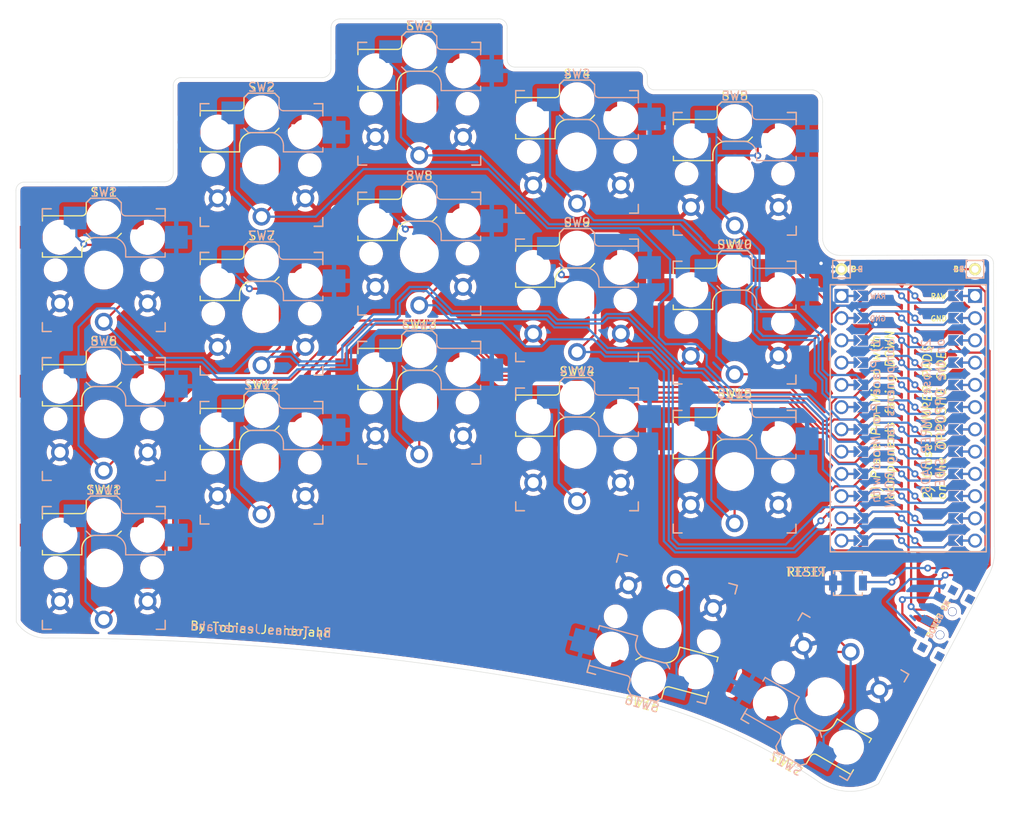
<source format=kicad_pcb>
(kicad_pcb (version 20211014) (generator pcbnew)
  (layers (0 "F.Cu" signal) (31 "B.Cu" signal) (34 "B.Paste" user) (35 "F.Paste" user) (36 "B.SilkS" user "B.Silkscreen") (37 "F.SilkS" user "F.Silkscreen") (38 "B.Mask" user) (39 "F.Mask" user) (44 "Edge.Cuts" user))
  (net 0 "")
  (net 1 "gnd")
  (net 2 "vcc")
  (net 3 "Switch18")
  (net 4 "reset")
  (net 5 "Switch1")
  (net 6 "Switch2")
  (net 7 "Switch3")
  (net 8 "Switch4")
  (net 9 "Switch5")
  (net 10 "Switch6")
  (net 11 "Switch7")
  (net 12 "Switch8")
  (net 13 "Switch9")
  (net 14 "Switch10")
  (net 15 "Switch11")
  (net 16 "Switch12")
  (net 17 "Switch13")
  (net 18 "Switch14")
  (net 19 "Switch15")
  (net 20 "Switch16")
  (net 21 "Switch17")
  (net 22 "raw")
  (net 23 "BT+_r")
  (net 24 "Net-(SW_POWERR1-Pad1)")
  (footprint "kbd:1pin_conn" (layer "F.Cu") (at 126.492 45.974)
    (fp_text reference "B+")
    (fp_text value "MountingHole_Pad" hide)
  )
  (footprint "kbd:1pin_conn" (layer "F.Cu") (at 111.252 45.974)
    (fp_text reference "B-")
    (fp_text value "MountingHole_Pad" hide)
  )
  (footprint "keyswitches.pretty-2:Kailh_socket_PG1350_optional_reversible" (layer "F.Cu") (at 27.08 46.08)
    (fp_text reference "SW1")
    (fp_text value "SW_Push")
  )
  (footprint "keyswitches.pretty-2:Kailh_socket_PG1350_optional_reversible" (layer "F.Cu") (at 45.08 34.08)
    (fp_text reference "SW2")
    (fp_text value "SW_Push")
  )
  (footprint "keyswitches.pretty-2:Kailh_socket_PG1350_optional_reversible" (layer "F.Cu") (at 63.08 27.08)
    (fp_text reference "SW3")
    (fp_text value "SW_Push")
  )
  (footprint "keyswitches.pretty-2:Kailh_socket_PG1350_optional_reversible" (layer "F.Cu") (at 81.08 32.58)
    (fp_text reference "SW4")
    (fp_text value "SW_Push")
  )
  (footprint "keyswitches.pretty-2:Kailh_socket_PG1350_optional_reversible" (layer "F.Cu") (at 99.08 35.08)
    (fp_text reference "SW5")
    (fp_text value "SW_Push")
  )
  (footprint "keyswitches.pretty-2:Kailh_socket_PG1350_optional_reversible" (layer "F.Cu") (at 27.08 63.08)
    (fp_text reference "SW6")
    (fp_text value "SW_Push")
  )
  (footprint "keyswitches.pretty-2:Kailh_socket_PG1350_optional_reversible" (layer "F.Cu") (at 45.08 51.054)
    (fp_text reference "SW7")
    (fp_text value "SW_Push")
  )
  (footprint "keyswitches.pretty-2:Kailh_socket_PG1350_optional_reversible" (layer "F.Cu") (at 63.08 44.196)
    (fp_text reference "SW8")
    (fp_text value "SW_Push")
  )
  (footprint "keyswitches.pretty-2:Kailh_socket_PG1350_optional_reversible" (layer "F.Cu") (at 81.08 49.53)
    (fp_text reference "SW9")
    (fp_text value "SW_Push")
  )
  (footprint "keyswitches.pretty-2:Kailh_socket_PG1350_optional_reversible" (layer "F.Cu") (at 99.06 52.07)
    (fp_text reference "SW10")
    (fp_text value "SW_Push")
  )
  (footprint "keyswitches.pretty-2:Kailh_socket_PG1350_optional_reversible" (layer "F.Cu") (at 27.08 80.08)
    (fp_text reference "SW11")
    (fp_text value "SW_Push")
  )
  (footprint "keyswitches.pretty-2:Kailh_socket_PG1350_optional_reversible" (layer "F.Cu") (at 45.08 68.072)
    (fp_text reference "SW12")
    (fp_text value "SW_Push")
  )
  (footprint "keyswitches.pretty-2:Kailh_socket_PG1350_optional_reversible" (layer "F.Cu") (at 63.08 61.214)
    (fp_text reference "SW13")
    (fp_text value "SW_Push")
  )
  (footprint "keyswitches.pretty-2:Kailh_socket_PG1350_optional_reversible" (layer "F.Cu") (at 81.08 66.548)
    (fp_text reference "SW14")
    (fp_text value "SW_Push")
  )
  (footprint "keyswitches.pretty-2:Kailh_socket_PG1350_optional_reversible" (layer "F.Cu") (at 99.06 69.088)
    (fp_text reference "SW15")
    (fp_text value "SW_Push")
  )
  (footprint "keyswitches.pretty-2:Kailh_socket_PG1350_optional_reversible" (layer "F.Cu") (at 109.356 94.78 150)
    (fp_text reference "SW17")
    (fp_text value "SW_Push")
  )
  (footprint "keyswitches.pretty-2:Kailh_socket_PG1350_optional_reversible" (layer "F.Cu") (at 90.796 87.03 165)
    (fp_text reference "SW16")
    (fp_text value "SW_Push")
  )
  (footprint "* duckyb-collection:ProMicro_jumpers_facedown" (layer "F.Cu") (at 118.872 62.992 -90)
    (fp_text reference "U1" hide)
    (fp_text value "ProMicro-kbd" hide)
  )
  (footprint "Kailh:SPDT_C128955" (layer "F.Cu") (at 123.199855 86.4 -118)
    (fp_text reference "POWER SW")
    (fp_text value "SW_SPDT")
  )
  (footprint "* duckyb-collection:Tactile-Switch_SMT" (layer "F.Cu") (at 112 81.8)
    (fp_text reference "RSW2" hide)
    (fp_text value "SW_Push")
  )
  (gr_arc (start 127.651023 44.357684) (mid 128.3197 44.633281) (end 128.6 45.3) (layer "Edge.Cuts") (width 0.05))
  (gr_line (start 17.059801 36.976702) (end 17.1 86.245024) (layer "Edge.Cuts") (width 0.05))
  (gr_arc (start 89.409134 95.561946) (mid 99.487134 99.260187) (end 108.8 104.6) (layer "Edge.Cuts") (width 0.05))
  (gr_arc (start 111.134979 44.404208) (mid 109.722511 43.855007) (end 109.099978 42.47329) (layer "Edge.Cuts") (width 0.05))
  (gr_arc (start 115.490848 104.718633) (mid 112.128923 105.589936) (end 108.8 104.6) (layer "Edge.Cuts") (width 0.05))
  (gr_arc (start 20.768 88.081119) (mid 55.288442 89.987554) (end 89.409134 95.561946) (layer "Edge.Cuts") (width 0.05))
  (gr_arc (start 20.768 88.081119) (mid 18.682121 87.666255) (end 17.1 86.245024) (layer "Edge.Cuts") (width 0.05))
  (gr_line (start 128.6 45.3) (end 128.7 77.6) (layer "Edge.Cuts") (width 0.05))
  (gr_line (start 109.099978 42.47329) (end 109.1 26.9) (layer "Edge.Cuts") (width 0.05))
  (gr_line (start 111.134979 44.404208) (end 127.651023 44.357684) (layer "Edge.Cuts") (width 0.05))
  (gr_line (start 128 81) (end 115.490848 104.718633) (layer "Edge.Cuts") (width 0.05))
  (gr_arc (start 128.7 77.6) (mid 128.610137 79.353558) (end 128 81) (layer "Edge.Cuts") (width 0.05))
  (gr_arc (start 35 25) (mid 35.263604 24.363604) (end 35.9 24.1) (layer "Edge.Cuts") (width 0.05))
  (gr_arc (start 35 35) (mid 34.707107 35.707107) (end 34 36) (layer "Edge.Cuts") (width 0.05))
  (gr_arc (start 72 17.4) (mid 72.829162 17.670838) (end 73.099999 18.5) (layer "Edge.Cuts") (width 0.05))
  (gr_arc (start 53 23.1) (mid 52.707107 23.807107) (end 52 24.1) (layer "Edge.Cuts") (width 0.05))
  (gr_line (start 54 17.4) (end 72 17.4) (layer "Edge.Cuts") (width 0.05))
  (gr_arc (start 53.007107 18.407107) (mid 53.297068 17.699983) (end 54 17.4) (layer "Edge.Cuts") (width 0.05))
  (gr_line (start 18 36.036503) (end 34 36) (layer "Edge.Cuts") (width 0.05))
  (gr_arc (start 89.8 25.5) (mid 89.274926 25.186183) (end 89.1 24.6) (layer "Edge.Cuts") (width 0.05))
  (gr_arc (start 88 22.9) (mid 88.785147 23.214853) (end 89.1 24) (layer "Edge.Cuts") (width 0.05))
  (gr_line (start 53 23.1) (end 53.007107 18.407107) (layer "Edge.Cuts") (width 0.05))
  (gr_line (start 35.9 24.1) (end 52 24.1) (layer "Edge.Cuts") (width 0.05))
  (gr_line (start 89.1 24) (end 89.1 24.6) (layer "Edge.Cuts") (width 0.05))
  (gr_line (start 35 35) (end 35 25) (layer "Edge.Cuts") (width 0.05))
  (gr_line (start 74 22.9) (end 88 22.9) (layer "Edge.Cuts") (width 0.05))
  (gr_arc (start 17.059801 36.976702) (mid 17.335179 36.311881) (end 18 36.036503) (layer "Edge.Cuts") (width 0.05))
  (gr_arc (start 74 22.9) (mid 73.363604 22.636396) (end 73.1 22) (layer "Edge.Cuts") (width 0.05))
  (gr_line (start 73.099999 18.5) (end 73.1 22) (layer "Edge.Cuts") (width 0.05))
  (gr_line (start 89.8 25.5) (end 108 25.5) (layer "Edge.Cuts") (width 0.05))
  (gr_arc (start 108 25.5) (mid 108.823857 25.984826) (end 109.1 26.9) (layer "Edge.Cuts") (width 0.05))
  (gr_text "RAW" (at 116.40097 49.0728) (layer "B.SilkS") (effects (font (size 0.6 0.6) (thickness 0.12)) (justify left mirror)))
  (gr_text "B-" (at 113.03 45.974) (layer "B.SilkS") (effects (font (size 0.6 0.6)) (justify mirror)))
  (gr_text "By Tobias Jennerjahn" (at 45 87.1 -3) (layer "B.SilkS") (effects (font (size 1 1)) (justify mirror)))
  (gr_text "2) Close JUMPER PADS\non the OPPOSITE SIDE" (at 121.7168 53.7464 90) (layer "B.SilkS") (effects (font (size 1 1) (thickness 0.15) italic) (justify left mirror)))
  (gr_text "GND" (at 116.40097 51.6128) (layer "B.SilkS") (effects (font (size 0.6 0.6) (thickness 0.12)) (justify left mirror)))
  (gr_text "1) Place Pro-Micro with\ncomponents facing DOWN" (at 115.9764 53.7464 90) (layer "B.SilkS") (effects (font (size 1 1) (thickness 0.15) italic) (justify left mirror)))
  (gr_text "B+" (at 124.587 45.974) (layer "B.SilkS") (effects (font (size 0.6 0.6)) (justify mirror)))
  (gr_text "1) Place Pro-Micro with\ncomponents facing DOWN" (at 115.9764 72.4408 90) (layer "F.SilkS") (effects (font (size 1 1) (thickness 0.15) italic) (justify left)))
  (gr_text "GND" (at 121.3612 51.6128) (layer "F.SilkS") (effects (font (size 0.6 0.6) (thickness 0.12)) (justify left)))
  (gr_text "2) Close JUMPER PADS\non the OPPOSITE SIDE" (at 121.8692 72.4408 90) (layer "F.SilkS") (effects (font (size 1 1) (thickness 0.15) italic) (justify left)))
  (gr_text "By Tobias Jennerjahn" (at 45 87.1 -3) (layer "F.SilkS") (effects (font (size 1 1))))
  (gr_text "RAW" (at 121.3612 49.0728) (layer "F.SilkS") (effects (font (size 0.6 0.6) (thickness 0.12)) (justify left)))
  (segment (start 114.046 53.3908) (end 115.1636 52.2732) (width 0.25) (layer "F.Cu") (net 1))
  (segment (start 118.11 56.642) (end 118.11 54.102) (width 0.25) (layer "F.Cu") (net 1))
  (segment (start 114.046 54.102) (end 114.046 53.3908) (width 0.25) (layer "F.Cu") (net 1))
  (via (at 115.1636 52.2732) (size 0.8) (drill 0.4) (layers "F.Cu" "B.Cu") (net 1))
  (via (at 108.922501 45.308018) (size 0.8) (drill 0.4) (layers "F.Cu" "B.Cu") (net 1))
  (segment (start 112.630511 50.146511) (end 110.661711 50.146511) (width 0.25) (layer "B.Cu") (net 1))
  (segment (start 108.922501 45.308018) (end 109.588483 45.974) (width 0.25) (layer "B.Cu") (net 1))
  (segment (start 110.127489 47.098511) (end 111.252 45.974) (width 0.25) (layer "B.Cu") (net 1))
  (segment (start 114.7572 52.2732) (end 114.046 51.562) (width 0.25) (layer "B.Cu") (net 1))
  (segment (start 110.661711 50.146511) (end 110.127489 49.612289) (width 0.25) (layer "B.Cu") (net 1))
  (segment (start 114.046 51.562) (end 112.630511 50.146511) (width 0.25) (layer "B.Cu") (net 1))
  (segment (start 115.1636 52.2732) (end 114.7572 52.2732) (width 0.25) (layer "B.Cu") (net 1))
  (segment (start 109.588483 45.974) (end 111.252 45.974) (width 0.25) (layer "B.Cu") (net 1))
  (segment (start 110.127489 49.612289) (end 110.127489 47.098511) (width 0.25) (layer "B.Cu") (net 1))
  (segment (start 125.7 80.1) (end 121.1 80.1) (width 0.25) (layer "F.Cu") (net 4))
  (segment (start 125.096 55.5) (end 127.7 55.5) (width 0.25) (layer "F.Cu") (net 4))
  (segment (start 127.698958 78.101042) (end 125.7 80.1) (width 0.25) (layer "F.Cu") (net 4))
  (segment (start 113.8 81.7) (end 113.7 81.8) (width 0.25) (layer "F.Cu") (net 4))
  (segment (start 127.698958 55.501042) (end 127.698958 78.101042) (width 0.25) (layer "F.Cu") (net 4))
  (segment (start 117 81.7) (end 113.8 81.7) (width 0.25) (layer "F.Cu") (net 4))
  (segment (start 127.7 55.5) (end 127.698958 55.501042) (width 0.25) (layer "F.Cu") (net 4))
  (segment (start 123.698 54.102) (end 125.096 55.5) (width 0.25) (layer "F.Cu") (net 4))
  (via (at 117 81.7) (size 0.8) (drill 0.4) (layers "F.Cu" "B.Cu") (net 4))
  (via (at 121.1 80.1) (size 0.8) (drill 0.4) (layers "F.Cu" "B.Cu") (net 4))
  (segment (start 113.8 81.7) (end 113.7 81.8) (width 0.25) (layer "B.Cu") (net 4))
  (segment (start 121.1 80.1) (end 118.6 80.1) (width 0.25) (layer "B.Cu") (net 4))
  (segment (start 118.6 80.1) (end 117 81.7) (width 0.25) (layer "B.Cu") (net 4))
  (segment (start 117 81.7) (end 113.8 81.7) (width 0.25) (layer "B.Cu") (net 4))
  (segment (start 29.6 43.2) (end 29.6 41.5) (width 0.25) (layer "F.Cu") (net 5))
  (segment (start 108.9 74.7) (end 110.4988 73.1012) (width 0.25) (layer "F.Cu") (net 5))
  (segment (start 24.9 43.2) (end 24.8 43.1) (width 0.25) (layer "F.Cu") (net 5))
  (segment (start 29.6 43.2) (end 24.9 43.2) (width 0.25) (layer "F.Cu") (net 5))
  (segment (start 110.4988 73.1012) (end 112.8268 73.1012) (width 0.25) (layer "F.Cu") (net 5))
  (segment (start 27.08 51.98) (end 29.6 49.46) (width 0.25) (layer "F.Cu") (net 5))
  (segment (start 112.8268 73.1012) (end 114.046 71.882) (width 0.25) (layer "F.Cu") (net 5))
  (segment (start 29.6 49.46) (end 29.6 43.2) (width 0.25) (layer "F.Cu") (net 5))
  (via (at 24.8 43.1) (size 0.8) (drill 0.4) (layers "F.Cu" "B.Cu") (net 5))
  (via (at 108.9 74.7) (size 0.8) (drill 0.4) (layers "F.Cu" "B.Cu") (net 5))
  (segment (start 55.29648 54.944217) (end 55.29648 57.40352) (width 0.25) (layer "B.Cu") (net 5))
  (segment (start 72.57016 52.14856) (end 58.092137 52.14856) (width 0.25) (layer "B.Cu") (net 5))
  (segment (start 89.555781 55.444219) (end 84.474223 55.494219) (width 0.25) (layer "B.Cu") (net 5))
  (segment (start 23.955001 42.255001) (end 23.955001 41.4) (width 0.25) (layer "B.Cu") (net 5))
  (segment (start 84.424223 55.444219) (end 82.954004 53.974) (width 0.25) (layer "B.Cu") (net 5))
  (segment (start 77 54.8) (end 75.2216 54.8) (width 0.25) (layer "B.Cu") (net 5))
  (segment (start 49.171806 57.40352) (end 48.165326 58.41) (width 0.25) (layer "B.Cu") (net 5))
  (segment (start 89.555781 55.444219) (end 91.55 57.438438) (width 0.25) (layer "B.Cu") (net 5))
  (segment (start 31.7 56.6) (end 27.08 51.98) (width 0.25) (layer "B.Cu") (net 5))
  (segment (start 48.165326 58.41) (end 40.073604 58.41) (width 0.25) (layer "B.Cu") (net 5))
  (segment (start 77.826 53.974) (end 77 54.8) (width 0.25) (layer "B.Cu") (net 5))
  (segment (start 91.55 57.438438) (end 91.55 76.95) (width 0.25) (layer "B.Cu") (net 5))
  (segment (start 92.45 77.85) (end 105.75 77.85) (width 0.25) (layer "B.Cu") (net 5))
  (segment (start 84.474223 55.494219) (end 89.505781 55.494219) (width 0.25) (layer "B.Cu") (net 5))
  (segment (start 82.954004 53.974) (end 77.826 53.974) (width 0.25) (layer "B.Cu") (net 5))
  (segment (start 40.073604 58.41) (end 38.263604 56.6) (width 0.25) (layer "B.Cu") (net 5))
  (segment (start 55.29648 57.40352) (end 49.171806 57.40352) (width 0.25) (layer "B.Cu") (net 5))
  (segment (start 89.555781 55.444219) (end 84.424223 55.444219) (width 0.25) (layer "B.Cu") (net 5))
  (segment (start 75.2216 54.8) (end 72.57016 52.14856) (width 0.25) (layer "B.Cu") (net 5))
  (segment (start 105.75 77.85) (end 108.9 74.7) (width 0.25) (layer "B.Cu") (net 5))
  (segment (start 89.505781 55.494219) (end 89.555781 55.444219) (width 0.25) (layer "B.Cu") (net 5))
  (segment (start 91.55 76.95) (end 92.45 77.85) (width 0.25) (layer "B.Cu") (net 5))
  (segment (start 24.8 43.1) (end 23.955001 42.255001) (width 0.25) (layer "B.Cu") (net 5))
  (segment (start 58.092137 52.14856) (end 55.29648 54.944217) (width 0.25) (layer "B.Cu") (net 5))
  (segment (start 38.263604 56.6) (end 31.7 56.6) (width 0.25) (layer "B.Cu") (net 5))
  (segment (start 48.355 29.584002) (end 47.169501 30.769501) (width 0.25) (layer "F.Cu") (net 6))
  (segment (start 47.169501 37.890499) (end 47.169501 30.769501) (width 0.25) (layer "F.Cu") (net 6))
  (segment (start 45.08 39.98) (end 47.169501 37.890499) (width 0.25) (layer "F.Cu") (net 6))
  (segment (start 48.355 28.13) (end 48.355 29.584002) (width 0.25) (layer "F.Cu") (net 6))
  (segment (start 112.921489 65.677489) (end 110.838689 65.677489) (width 0.25) (layer "B.Cu") (net 6))
  (segment (start 114.046 66.802) (end 112.921489 65.677489) (width 0.25) (layer "B.Cu") (net 6))
  (segment (start 42 36.9) (end 42 29.5) (width 0.25) (layer "B.Cu") (net 6))
  (segment (start 94.629 54.529) (end 91.185468 54.529) (width 0.25) (layer "B.Cu") (net 6))
  (segment (start 110.0328 62.728818) (end 107.594666 60.290684) (width 0.25) (layer "B.Cu") (net 6))
  (segment (start 110.0328 64.8716) (end 110.0328 62.728818) (width 0.25) (layer "B.Cu") (net 6))
  (segment (start 70.941483 34.544) (end 56.6928 34.544) (width 0.25) (layer "B.Cu") (net 6))
  (segment (start 110.838689 65.677489) (end 110.0328 64.8716) (width 0.25) (layer "B.Cu") (net 6))
  (segment (start 51.2568 39.98) (end 45.08 39.98) (width 0.25) (layer "B.Cu") (net 6))
  (segment (start 45.08 39.98) (end 42 36.9) (width 0.25) (layer "B.Cu") (net 6))
  (segment (start 90.42147 49.97853) (end 91.7 48.7) (width 0.25) (layer "B.Cu") (net 6))
  (segment (start 56.6928 34.544) (end 51.2568 39.98) (width 0.25) (layer "B.Cu") (net 6))
  (segment (start 91.185468 54.529) (end 90.42147 53.765002) (width 0.25) (layer "B.Cu") (net 6))
  (segment (start 91.7 44.875) (end 88.1182 41.2932) (width 0.25) (layer "B.Cu") (net 6))
  (segment (start 90.42147 53.765002) (end 90.42147 49.97853) (width 0.25) (layer "B.Cu") (net 6))
  (segment (start 91.7 48.7) (end 91.7 44.875) (width 0.25) (layer "B.Cu") (net 6))
  (segment (start 77.690683 41.2932) (end 70.941483 34.544) (width 0.25) (layer "B.Cu") (net 6))
  (segment (start 107.594666 60.290684) (end 99.2 60.290684) (width 0.25) (layer "B.Cu") (net 6))
  (segment (start 88.1182 41.2932) (end 77.690683 41.2932) (width 0.25) (layer "B.Cu") (net 6))
  (segment (start 99.2 60.290684) (end 95.871641 56.962325) (width 0.25) (layer "B.Cu") (net 6))
  (segment (start 95.871641 55.771641) (end 94.629 54.529) (width 0.25) (layer "B.Cu") (net 6))
  (segment (start 95.871641 56.962325) (end 95.871641 55.771641) (width 0.25) (layer "B.Cu") (net 6))
  (segment (start 63.08 32.98) (end 65.169501 30.890499) (width 0.25) (layer "F.Cu") (net 7))
  (segment (start 65.169501 22.315499) (end 66.355 21.13) (width 0.25) (layer "F.Cu") (net 7))
  (segment (start 65.169501 30.890499) (end 65.169501 22.315499) (width 0.25) (layer "F.Cu") (net 7))
  (segment (start 96.2 44.2) (end 99.7 44.2) (width 0.25) (layer "B.Cu") (net 7))
  (segment (start 101 44.894999) (end 101 47.6) (width 0.25) (layer "B.Cu") (net 7))
  (segment (start 101.149501 50.73) (end 101.149501 53.249501) (width 0.25) (layer "B.Cu") (net 7))
  (segment (start 109.9312 60.986118) (end 109.07528 60.130198) (width 0.25) (layer "B.Cu") (net 7))
  (segment (start 63.08 32.98) (end 60.990499 30.890499) (width 0.25) (layer "B.Cu") (net 7))
  (segment (start 101.149501 53.249501) (end 101.95 54.05) (width 0.25) (layer "B.Cu") (net 7))
  (segment (start 100.6 44.494999) (end 101 44.894999) (width 0.25) (layer "B.Cu") (net 7))
  (segment (start 77.8764 40.8432) (end 90.5432 40.8432) (width 0.25) (layer "B.Cu") (net 7))
  (segment (start 92.836 40.836) (end 96.2 44.2) (width 0.25) (layer "B.Cu") (net 7))
  (segment (start 101 47.6) (end 100.4 48.2) (width 0.25) (layer "B.Cu") (net 7))
  (segment (start 60.990499 30.890499) (end 60.990499 23.690499) (width 0.25) (layer "B.Cu") (net 7))
  (segment (start 99.994999 44.494999) (end 100.6 44.494999) (width 0.25) (layer "B.Cu") (net 7))
  (segment (start 59.805 21.13) (end 59.805 22.505) (width 0.25) (layer "B.Cu") (net 7))
  (segment (start 99.7 44.2) (end 99.994999 44.494999) (width 0.25) (layer "B.Cu") (net 7))
  (segment (start 101.95 54.05) (end 108.19632 54.05) (width 0.25) (layer "B.Cu") (net 7))
  (segment (start 109.9312 61.9915) (end 109.9312 60.986118) (width 0.25) (layer "B.Cu") (net 7))
  (segment (start 100.4 49.980499) (end 101.149501 50.73) (width 0.25) (layer "B.Cu") (net 7))
  (segment (start 59.805 22.505) (end 60.990499 23.690499) (width 0.25) (layer "B.Cu") (net 7))
  (segment (start 111.077189 63.137489) (end 109.9312 61.9915) (width 0.25) (layer "B.Cu") (net 7))
  (segment (start 109.07528 60.130198) (end 109.07528 58.683116) (width 0.25) (layer "B.Cu") (net 7))
  (segment (start 114.046 64.262) (end 112.921489 63.137489) (width 0.25) (layer "B.Cu") (net 7))
  (segment (start 109.07528 58.683116) (end 108.19632 57.804156) (width 0.25) (layer "B.Cu") (net 7))
  (segment (start 100.4 48.2) (end 100.4 49.980499) (width 0.25) (layer "B.Cu") (net 7))
  (segment (start 63.08 32.98) (end 70.0132 32.98) (width 0.25) (layer "B.Cu") (net 7))
  (segment (start 90.5432 40.8432) (end 90.5504 40.836) (width 0.25) (layer "B.Cu") (net 7))
  (segment (start 70.0132 32.98) (end 77.8764 40.8432) (width 0.25) (layer "B.Cu") (net 7))
  (segment (start 108.19632 57.804156) (end 108.19632 54.05) (width 0.25) (layer "B.Cu") (net 7))
  (segment (start 112.921489 63.137489) (end 111.077189 63.137489) (width 0.25) (layer "B.Cu") (net 7))
  (segment (start 90.5504 40.836) (end 92.836 40.836) (width 0.25) (layer "B.Cu") (net 7))
  (segment (start 84.355 32.255) (end 84.355 35.205) (width 0.25) (layer "F.Cu") (net 8))
  (segment (start 84.355 35.205) (end 81.08 38.48) (width 0.25) (layer "F.Cu") (net 8))
  (segment (start 83.4 27.585) (end 83.4 31.3) (width 0.25) (layer "F.Cu") (net 8))
  (segment (start 84.355 26.63) (end 83.4 27.585) (width 0.25) (layer "F.Cu") (net 8))
  (segment (start 83.4 31.3) (end 84.355 32.255) (width 0.25) (layer "F.Cu") (net 8))
  (segment (start 109.5248 59.944) (end 110.178289 60.597489) (width 0.25) (layer "B.Cu") (net 8))
  (segment (start 96.5 43.75) (end 95.266 42.516) (width 0.25) (layer "B.Cu") (net 8))
  (segment (start 102.3 53.6) (end 101.599501 52.899501) (width 0.25) (layer "B.Cu") (net 8))
  (segment (start 108.64584 57.617958) (end 109.5248 58.496918) (width 0.25) (layer "B.Cu") (net 8))
  (segment (start 109.5248 58.496918) (end 109.5248 59.944) (width 0.25) (layer "B.Cu") (net 8))
  (segment (start 95.266 42.516) (end 95.266 42.434) (width 0.25) (layer "B.Cu") (net 8))
  (segment (start 108.382716 53.6) (end 108.64584 53.863124) (width 0.25) (layer "B.Cu") (net 8))
  (segment (start 100.491397 43.75) (end 96.5 43.75) (width 0.25) (layer "B.Cu") (net 8))
  (segment (start 102.3 53.6) (end 108.382716 53.6) (width 0.25) (layer "B.Cu") (net 8))
  (segment (start 101.45 44.708603) (end 100.491397 43.75) (width 0.25) (layer "B.Cu") (net 8))
  (segment (start 112.921489 60.597489) (end 114.046 61.722) (width 0.25) (layer "B.Cu") (net 8))
  (segment (start 101.1 48.136396) (end 101.45 47.786396) (width 0.25) (layer "B.Cu") (net 8))
  (segment (start 93.218 40.386) (end 95.266 42.434) (width 0.25) (layer "B.Cu") (net 8))
  (segment (start 110.178289 60.597489) (end 112.921489 60.597489) (width 0.25) (layer "B.Cu") (net 8))
  (segment (start 101.1 50.044103) (end 101.1 48.136396) (width 0.25) (layer "B.Cu") (net 8))
  (segment (start 78 35.4) (end 78 28) (width 0.25) (layer "B.Cu") (net 8))
  (segment (start 81.08 38.48) (end 78 35.4) (width 0.25) (layer "B.Cu") (net 8))
  (segment (start 101.599501 50.543604) (end 101.1 50.044103) (width 0.25) (layer "B.Cu") (net 8))
  (segment (start 81.08 38.48) (end 82.986 40.386) (width 0.25) (layer "B.Cu") (net 8))
  (segment (start 82.986 40.386) (end 93.218 40.386) (width 0.25) (layer "B.Cu") (net 8))
  (segment (start 101.45 47.786396) (end 101.45 44.708603) (width 0.25) (layer "B.Cu") (net 8))
  (segment (start 108.64584 53.863124) (end 108.64584 57.617958) (width 0.25) (layer "B.Cu") (net 8))
  (segment (start 101.599501 52.899501) (end 101.599501 50.543604) (width 0.25) (layer "B.Cu") (net 8))
  (segment (start 101.7 33) (end 101.7 29.785) (width 0.25) (layer "F.Cu") (net 9))
  (segment (start 101.7 29.785) (end 102.355 29.13) (width 0.25) (layer "F.Cu") (net 9))
  (via (at 101.7 33) (size 0.8) (drill 0.4) (layers "F.Cu" "B.Cu") (net 9))
  (segment (start 109.09536 57.43176) (end 109.09584 57.43128) (width 0.25) (layer "B.Cu") (net 9))
  (segment (start 114.046 59.182) (end 112.921489 58.057489) (width 0.25) (layer "B.Cu") (net 9))
  (segment (start 96.990499 38.890499) (end 96.990499 30.315499) (width 0.25) (layer "B.Cu") (net 9))
  (segment (start 101.9 43.8) (end 99.08 40.98) (width 0.25) (layer "B.Cu") (net 9))
  (segment (start 108.5 53.15) (end 106.194099 50.844099) (width 0.25) (layer "B.Cu") (net 9))
  (segment (start 109.09584 53.676728) (end 108.569112 53.15) (width 0.25) (layer "B.Cu") (net 9))
  (segment (start 102.049501 50.844099) (end 102.049501 50.357208) (width 0.25) (layer "B.Cu") (net 9))
  (segment (start 101.55 49.857707) (end 101.55 48.322792) (width 0.25) (layer "B.Cu") (net 9))
  (segment (start 101.55 48.322792) (end 101.9 47.972792) (width 0.25) (layer "B.Cu") (net 9))
  (segment (start 109.09584 57.43128) (end 109.09584 53.676728) (width 0.25) (layer "B.Cu") (net 9))
  (segment (start 102.049501 50.357208) (end 101.55 49.857707) (width 0.25) (layer "B.Cu") (net 9))
  (segment (start 110.786211 58.057489) (end 110.7793 58.0644) (width 0.25) (layer "B.Cu") (net 9))
  (segment (start 99.08 40.98) (end 96.990499 38.890499) (width 0.25) (layer "B.Cu") (net 9))
  (segment (start 110.7793 58.0644) (end 109.728 58.0644) (width 0.25) (layer "B.Cu") (net 9))
  (segment (start 109.728 58.0644) (end 109.09536 57.43176) (width 0.25) (layer "B.Cu") (net 9))
  (segment (start 96.990499 30.315499) (end 95.805 29.13) (width 0.25) (layer "B.Cu") (net 9))
  (segment (start 101.709501 32.990499) (end 96.990499 32.990499) (width 0.25) (layer "B.Cu") (net 9))
  (segment (start 101.9 47.972792) (end 101.9 43.8) (width 0.25) (layer "B.Cu") (net 9))
  (segment (start 101.7 33) (end 101.709501 32.990499) (width 0.25) (layer "B.Cu") (net 9))
  (segment (start 112.921489 58.057489) (end 110.786211 58.057489) (width 0.25) (layer "B.Cu") (net 9))
  (segment (start 108.569112 53.15) (end 108.5 53.15) (width 0.25) (layer "B.Cu") (net 9))
  (segment (start 106.194099 50.844099) (end 102.049501 50.844099) (width 0.25) (layer "B.Cu") (net 9))
  (segment (start 29.6 66.46) (end 29.6 58.4) (width 0.25) (layer "F.Cu") (net 10))
  (segment (start 27.08 68.98) (end 29.6 66.46) (width 0.25) (layer "F.Cu") (net 10))
  (segment (start 83.80464 51.72976) (end 78.85696 51.72976) (width 0.25) (layer "B.Cu") (net 10))
  (segment (start 109.5828 66.8828) (end 109.5828 63) (width 0.25) (layer "B.Cu") (net 10))
  (segment (start 66.9036 50.8) (end 64.1096 48.006) (width 0.25) (layer "B.Cu") (net 10))
  (segment (start 44.3992 55.372) (end 41.926209 57.844991) (width 0.25) (layer "B.Cu") (net 10))
  (segment (start 54.3 54.667905) (end 54.3 56.50352) (width 0.25) (layer "B.Cu") (net 10))
  (segment (start 87.110521 51.090449) (end 84.443951 51.090449) (width 0.25) (layer "B.Cu") (net 10))
  (segment (start 57.838423 51.129482) (end 54.3 54.667905) (width 0.25) (layer "B.Cu") (net 10))
  (segment (start 49.544598 56.50352) (end 48.413078 55.372) (width 0.25) (layer "B.Cu") (net 10))
  (segment (start 77.9272 50.8) (end 66.9036 50.8) (width 0.25) (layer "B.Cu") (net 10))
  (segment (start 107.323484 60.740684) (end 98.974444 60.740684) (width 0.25) (layer "B.Cu") (net 10))
  (segment (start 109.5828 63) (end 107.323484 60.740684) (width 0.25) (layer "B.Cu") (net 10))
  (segment (start 93.353192 57.33312) (end 87.110521 51.090449) (width 0.25) (layer "B.Cu") (net 10))
  (segment (start 28.2956 50.4444) (end 26.3144 50.4444) (width 0.25) (layer "B.Cu") (net 10))
  (segment (start 54.3 56.50352) (end 49.544598 56.50352) (width 0.25) (layer "B.Cu") (net 10))
  (segment (start 33.9512 56.1) (end 28.2956 50.4444) (width 0.25) (layer "B.Cu") (net 10))
  (segment (start 38.4 56.1) (end 33.9512 56.1) (width 0.25) (layer "B.Cu") (net 10))
  (segment (start 24.2 66.1) (end 27.08 68.98) (width 0.25) (layer "B.Cu") (net 10))
  (segment (start 24.2 52.5588) (end 24.2 66.1) (width 0.25) (layer "B.Cu") (net 10))
  (segment (start 41.926209 57.844991) (end 40.144991 57.844991) (width 0.25) (layer "B.Cu") (net 10))
  (segment (start 60.4012 51.129482) (end 57.838423 51.129482) (width 0.25) (layer "B.Cu") (net 10))
  (segment (start 114.046 69.342) (end 112.921489 68.217489) (width 0.25) (layer "B.Cu") (net 10))
  (segment (start 112.921489 68.217489) (end 110.917489 68.217489) (width 0.25) (layer "B.Cu") (net 10))
  (segment (start 60.4012 49.5808) (end 60.4012 51.129482) (width 0.25) (layer "B.Cu") (net 10))
  (segment (start 48.413078 55.372) (end 44.3992 55.372) (width 0.25) (layer "B.Cu") (net 10))
  (segment (start 98.974444 60.740684) (end 95.56688 57.33312) (width 0.25) (layer "B.Cu") (net 10))
  (segment (start 78.85696 51.72976) (end 77.9272 50.8) (width 0.25) (layer "B.Cu") (net 10))
  (segment (start 110.917489 68.217489) (end 109.5828 66.8828) (width 0.25) (layer "B.Cu") (net 10))
  (segment (start 95.56688 57.33312) (end 93.353192 57.33312) (width 0.25) (layer "B.Cu") (net 10))
  (segment (start 40.144991 57.844991) (end 38.4 56.1) (width 0.25) (layer "B.Cu") (net 10))
  (segment (start 61.976 48.006) (end 60.4012 49.5808) (width 0.25) (layer "B.Cu") (net 10))
  (segment (start 64.1096 48.006) (end 61.976 48.006) (width 0.25) (layer "B.Cu") (net 10))
  (segment (start 84.443951 51.090449) (end 83.80464 51.72976) (width 0.25) (layer "B.Cu") (net 10))
  (segment (start 26.3144 50.4444) (end 24.2 52.5588) (width 0.25) (layer "B.Cu") (net 10))
  (segment (start 45.259 48.2) (end 48.355 45.104) (width 0.25) (layer "F.Cu") (net 11))
  (segment (start 47.169501 54.864499) (end 47.169501 46.289499) (width 0.25) (layer "F.Cu") (net 11))
  (segment (start 43.7 48.2) (end 45.259 48.2) (width 0.25) (layer "F.Cu") (net 11))
  (segment (start 47.169501 46.289499) (end 48.355 45.104) (width 0.25) (layer "F.Cu") (net 11))
  (segment (start 45.08 56.954) (end 47.169501 54.864499) (width 0.25) (layer "F.Cu") (net 11))
  (via (at 43.7 48.2) (size 0.8) (drill 0.4) (layers "F.Cu" "B.Cu") (net 11))
  (segment (start 93.166994 57.78264) (end 86.924323 51.539969) (width 0.25) (layer "B.Cu") (net 11))
  (segment (start 112.921489 70.757489) (end 111.057489 70.757489) (width 0.25) (layer "B.Cu") (net 11))
  (segment (start 66.717403 51.24952) (end 63.923403 48.45552) (width 0.25) (layer "B.Cu") (net 11))
  (segment (start 114.046 71.882) (end 112.921489 70.757489) (width 0.25) (layer "B.Cu") (net 11))
  (segment (start 41.805 45.104) (end 41.805 46.305) (width 0.25) (layer "B.Cu") (net 11))
  (segment (start 78.670762 52.17928) (end 77.741002 51.24952) (width 0.25) (layer "B.Cu") (net 11))
  (segment (start 77.741002 51.24952) (end 66.717403 51.24952) (width 0.25) (layer "B.Cu") (net 11))
  (segment (start 54.8 54.804301) (end 54.8 56.95352) (width 0.25) (layer "B.Cu") (net 11))
  (segment (start 62.23768 48.45552) (end 60.85072 49.84248) (width 0.25) (layer "B.Cu") (net 11))
  (segment (start 109.1328 68.8328) (end 109.1328 63.2) (width 0.25) (layer "B.Cu") (net 11))
  (segment (start 95.301272 57.78264) (end 98.709316 61.190684) (width 0.25) (layer "B.Cu") (net 11))
  (segment (start 84.630149 51.539969) (end 83.990838 52.17928) (width 0.25) (layer "B.Cu") (net 11))
  (segment (start 46.06008 55.97392) (end 48.378602 55.97392) (width 0.25) (layer "B.Cu") (net 11))
  (segment (start 45.08 56.954) (end 46.06008 55.97392) (width 0.25) (layer "B.Cu") (net 11))
  (segment (start 60.85072 51.315679) (end 60.467839 51.69856) (width 0.25) (layer "B.Cu") (net 11))
  (segment (start 109.2 68.9) (end 109.1328 68.8328) (width 0.25) (layer "B.Cu") (net 11))
  (segment (start 98.709316 61.190684) (end 107.123484 61.190684) (width 0.25) (layer "B.Cu") (net 11))
  (segment (start 60.467839 51.69856) (end 57.905741 51.69856) (width 0.25) (layer "B.Cu") (net 11))
  (segment (start 60.85072 49.84248) (end 60.85072 51.315679) (width 0.25) (layer "B.Cu") (net 11))
  (segment (start 86.924323 51.539969) (end 84.630149 51.539969) (width 0.25) (layer "B.Cu") (net 11))
  (segment (start 93.166994 57.78264) (end 95.301272 57.78264) (width 0.25) (layer "B.Cu") (net 11))
  (segment (start 63.923403 48.45552) (end 62.23768 48.45552) (width 0.25) (layer "B.Cu") (net 11))
  (segment (start 111.057489 70.757489) (end 109.2 68.9) (width 0.25) (layer "B.Cu") (net 11))
  (segment (start 54.8 56.95352) (end 49.358202 56.95352) (width 0.25) (layer "B.Cu") (net 11))
  (segment (start 83.990838 52.17928) (end 78.670762 52.17928) (width 0.25) (layer "B.Cu") (net 11))
  (segment (start 41.805 46.305) (end 43.7 48.2) (width 0.25) (layer "B.Cu") (net 11))
  (segment (start 57.905741 51.69856) (end 54.8 54.804301) (width 0.25) (layer "B.Cu") (net 11))
  (segment (start 107.123484 61.190684) (end 109.1328 63.2) (width 0.25) (layer "B.Cu") (net 11))
  (segment (start 48.378602 55.97392) (end 49.358202 56.95352) (width 0.25) (layer "B.Cu") (net 11))
  (segment (start 61.730499 41.169501) (end 61.5 41.4) (width 0.25) (layer "F.Cu") (net 12))
  (segment (start 65.9 47.276) (end 63.08 50.096) (width 0.25) (layer "F.Cu") (net 12))
  (segment (start 63.169501 41.169501) (end 61.730499 41.169501) (width 0.25) (layer "F.Cu") (net 12))
  (segment (start 65.9 43.9) (end 63.169501 41.169501) (width 0.25) (layer "F.Cu") (net 12))
  (segment (start 66.355 38.246) (end 65.9 38.701) (width 0.25) (layer "F.Cu") (net 12))
  (segment (start 65.9 38.701) (end 65.9 47.276) (width 0.25) (layer "F.Cu") (net 12))
  (via (at 61.5 41.4) (size 0.8) (drill 0.4) (layers "F.Cu" "B.Cu") (net 12))
  (segment (start 64.928165 50.096) (end 66.531206 51.69904) (width 0.25) (layer "B.Cu") (net 12))
  (segment (start 84.582 54.9656) (end 89.714236 54.9656) (width 0.25) (layer "B.Cu") (net 12))
  (segment (start 92.7 77.4) (end 104.9 77.4) (width 0.25) (layer "B.Cu") (net 12))
  (segment (start 104.9 77.4) (end 109.148 73.152) (width 0.25) (layer "B.Cu") (net 12))
  (segment (start 112.776 73.152) (end 114.046 74.422) (width 0.25) (layer "B.Cu") (net 12))
  (segment (start 61.5 41.4) (end 59.805 39.705) (width 0.25) (layer "B.Cu") (net 12))
  (segment (start 63.08 50.096) (end 64.928165 50.096) (width 0.25) (layer "B.Cu") (net 12))
  (segment (start 66.531206 51.69904) (end 77.554804 51.69904) (width 0.25) (layer "B.Cu") (net 12))
  (segment (start 78.484565 52.6288) (end 82.2452 52.6288) (width 0.25) (layer "B.Cu") (net 12))
  (segment (start 109.148 73.152) (end 112.776 73.152) (width 0.25) (layer "B.Cu") (net 12))
  (segment (start 82.2452 52.6288) (end 84.582 54.9656) (width 0.25) (layer "B.Cu") (net 12))
  (segment (start 59.805 39.705) (end 59.805 38.246) (width 0.25) (layer "B.Cu") (net 12))
  (segment (start 89.714236 54.966278) (end 92 57.252042) (width 0.25) (layer "B.Cu") (net 12))
  (segment (start 92 76.7) (end 92.7 77.4) (width 0.25) (layer "B.Cu") (net 12))
  (segment (start 77.554804 51.69904) (end 78.484565 52.6288) (width 0.25) (layer "B.Cu") (net 12))
  (segment (start 92 57.252042) (end 92 76.7) (width 0.25) (layer "B.Cu") (net 12))
  (segment (start 89.714236 54.9656) (end 89.714236 54.966278) (width 0.25) (layer "B.Cu") (net 12))
  (segment (start 83.169501 44.765499) (end 83.169501 46.869501) (width 0.25) (layer "F.Cu") (net 13))
  (segment (start 83.169501 53.340499) (end 81.08 55.43) (width 0.25) (layer "F.Cu") (net 13))
  (segment (start 83.169501 46.869501) (end 83.169501 53.340499) (width 0.25) (layer "F.Cu") (net 13))
  (segment (start 84.355 43.58) (end 83.169501 44.765499) (width 0.25) (layer "F.Cu") (net 13))
  (segment (start 83.169501 46.869501) (end 79.569501 46.869501) (width 0.25) (layer "F.Cu") (net 13))
  (segment (start 79.569501 46.869501) (end 79.3 46.6) (width 0.25) (layer "F.Cu") (net 13))
  (via (at 79.3 46.6) (size 0.8) (drill 0.4) (layers "F.Cu" "B.Cu") (net 13))
  (segment (start 112.776 75.692) (end 114.046 76.962) (width 0.25) (layer "B.Cu") (net 13))
  (segment (start 92.263604 78.3) (end 90.987583 77.023979) (width 0.25) (layer "B.Cu") (net 13))
  (segment (start 81.08 55.43) (end 83.773608 55.43) (width 0.25) (layer "B.Cu") (net 13))
  (segment (start 108.544396 75.692) (end 112.776 75.692) (width 0.25) (layer "B.Cu") (net 13))
  (segment (start 108.544396 75.692) (end 105.936396 78.3) (width 0.25) (layer "B.Cu") (net 13))
  (segment (start 83.773608 55.43) (end 84.287827 55.944219) (width 0.25) (layer "B.Cu") (net 13))
  (segment (start 89.3 55.944219) (end 84.287827 55.944219) (width 0.25) (layer "B.Cu") (net 13))
  (segment (start 90.987583 57.631802) (end 89.3 55.944219) (width 0.25) (layer "B.Cu") (net 13))
  (segment (start 105.936396 78.3) (end 92.263604 78.3) (width 0.25) (layer "B.Cu") (net 13))
  (segment (start 77.805 43.58) (end 79.3 45.075) (width 0.25) (layer "B.Cu") (net 13))
  (segment (start 79.3 45.075) (end 79.3 46.6) (width 0.25) (layer "B.Cu") (net 13))
  (segment (start 90.987583 77.023979) (end 90.987583 57.631802) (width 0.25) (layer "B.Cu") (net 13))
  (segment (start 106.02 46.12) (end 110.5442 50.6442) (width 0.25) (layer "F.Cu") (net 14))
  (segment (start 102.335 46.12) (end 106.02 46.12) (width 0.25) (layer "F.Cu") (net 14))
  (segment (start 112.921489 50.146511) (end 114.046 49.022) (width 0.25) (layer "F.Cu") (net 14))
  (segment (start 104.1328 57.97) (end 110.127489 51.975311) (width 0.25) (layer "F.Cu") (net 14))
  (segment (start 110.127489 51.060911) (end 110.5442 50.6442) (width 0.25) (layer "F.Cu") (net 14))
  (segment (start 111.041889 50.146511) (end 112.921489 50.146511) (width 0.25) (layer "F.Cu") (net 14))
  (segment (start 110.127489 51.975311) (end 110.127489 51.060911) (width 0.25) (layer "F.Cu") (net 14))
  (segment (start 99.06 57.97) (end 104.1328 57.97) (width 0.25) (layer "F.Cu") (net 14))
  (segment (start 110.5442 50.6442) (end 111.041889 50.146511) (width 0.25) (layer "F.Cu") (net 14))
  (segment (start 96.970499 55.880499) (end 96.970499 48.370499) (width 0.25) (layer "B.Cu") (net 14))
  (segment (start 95.785 46.12) (end 95.785 47.185) (width 0.25) (layer "B.Cu") (net 14))
  (segment (start 99.06 57.97) (end 96.970499 55.880499) (width 0.25) (layer "B.Cu") (net 14))
  (segment (start 95.785 47.185) (end 96.970499 48.370499) (width 0.25) (layer "B.Cu") (net 14))
  (segment (start 109.592602 63.30448) (end 109.255234 63.30448) (width 0.25) (layer "F.Cu") (net 15))
  (segment (start 35 62.877) (end 35 71.3) (width 0.25) (layer "F.Cu") (net 15))
  (segment (start 66.813094 51.835698) (end 55.164302 51.835698) (width 0.25) (layer "F.Cu") (net 15))
  (segment (start 114.046 59.182) (end 112.630511 60.597489) (width 0.25) (layer "F.Cu") (net 15))
  (segment (start 39.2885 58.5885) (end 35 62.877) (width 0.25) (layer "F.Cu") (net 15))
  (segment (start 90.374 59.426) (end 88.609302 57.661302) (width 0.25) (layer "F.Cu") (net 15))
  (segment (start 30.355 74.13) (end 32.17 74.13) (width 0.25) (layer "F.Cu") (net 15))
  (segment (start 109.255234 63.30448) (end 105.376754 59.426) (width 0.25) (layer "F.Cu") (net 15))
  (segment (start 110.786211 60.597489) (end 110.0836 61.3001) (width 0.25) (layer "F.Cu") (net 15))
  (segment (start 72.638698 57.661302) (end 66.813094 51.835698) (width 0.25) (layer "F.Cu") (net 15))
  (segment (start 112.630511 60.597489) (end 110.786211 60.597489) (width 0.25) (layer "F.Cu") (net 15))
  (segment (start 30.73853 82.32147) (end 33.805901 82.32147) (width 0.25) (layer "F.Cu") (net 15))
  (segment (start 88.609302 57.661302) (end 72.638698 57.661302) (width 0.25) (layer "F.Cu") (net 15))
  (segment (start 32.17 74.13) (end 35 71.3) (width 0.25) (layer "F.Cu") (net 15))
  (segment (start 30.73853 82.32147) (end 27.08 85.98) (width 0.25) (layer "F.Cu") (net 15))
  (segment (start 110.0836 62.813482) (end 109.592602 63.30448) (width 0.25) (layer "F.Cu") (net 15))
  (segment (start 33.805901 82.32147) (end 35 81.127371) (width 0.25) (layer "F.Cu") (net 15))
  (segment (start 110.0836 61.3001) (end 110.0836 62.813482) (width 0.25) (layer "F.Cu") (net 15))
  (segment (start 90.374 59.426) (end 105.376754 59.426) (width 0.25) (layer "F.Cu") (net 15))
  (segment (start 55.164302 51.835698) (end 48.4115 58.5885) (width 0.25) (layer "F.Cu") (net 15))
  (segment (start 35 81.127371) (end 35 71.3) (width 0.25) (layer "F.Cu") (net 15))
  (segment (start 48.4115 58.5885) (end 39.2885 58.5885) (width 0.25) (layer "F.Cu") (net 15))
  (segment (start 27.08 85.98) (end 24.990499 83.890499) (width 0.25) (layer "B.Cu") (net 15))
  (segment (start 24.990499 83.890499) (end 24.990499 75.315499) (width 0.25) (layer "B.Cu") (net 15))
  (segment (start 24.990499 75.315499) (end 23.805 74.13) (width 0.25) (layer "B.Cu") (net 15))
  (segment (start 112.630511 63.137489) (end 110.395311 63.137489) (width 0.25) (layer "F.Cu") (net 16))
  (segment (start 110.395311 63.137489) (end 109.7788 63.754) (width 0.25) (layer "F.Cu") (net 16))
  (segment (start 47.1424 71.9096) (end 47.1424 70.161021) (width 0.25) (layer "F.Cu") (net 16))
  (segment (start 89.999946 60.06355) (end 88.086396 58.15) (width 0.25) (layer "F.Cu") (net 16))
  (segment (start 56.907195 52.292805) (end 51.3385 57.8615) (width 0.25) (layer "F.Cu") (net 16))
  (segment (start 109.7788 63.754) (end 109.069036 63.754) (width 0.25) (layer "F.Cu") (net 16))
  (segment (start 66.633805 52.292805) (end 56.907195 52.292805) (width 0.25) (layer "F.Cu") (net 16))
  (segment (start 105.378586 60.06355) (end 89.999946 60.06355) (width 0.25) (layer "F.Cu") (net 16))
  (segment (start 114.046 61.722) (end 112.630511 63.137489) (width 0.25) (layer "F.Cu") (net 16))
  (segment (start 48.355 62.9478) (end 47.169021 64.133779) (width 0.25) (layer "F.Cu") (net 16))
  (segment (start 47.169021 70.161021) (end 47.169021 64.133779) (width 0.25) (layer "F.Cu") (net 16))
  (segment (start 72.491 58.15) (end 66.633805 52.292805) (width 0.25) (layer "F.Cu") (net 16))
  (segment (start 47.1424 70.161021) (end 47.169021 70.161021) (width 0.25) (layer "F.Cu") (net 16))
  (segment (start 109.069036 63.754) (end 105.378586 60.06355) (width 0.25) (layer "F.Cu") (net 16))
  (segment (start 48.355 62.122) (end 48.355 62.9478) (width 0.25) (layer "F.Cu") (net 16))
  (segment (start 51.3385 59.1385) (end 48.355 62.122) (width 0.25) (layer "F.Cu") (net 16))
  (segment (start 72.491 58.15) (end 88.086396 58.15) (width 0.25) (layer "F.Cu") (net 16))
  (segment (start 51.3385 57.8615) (end 51.3385 59.1385) (width 0.25) (layer "F.Cu") (net 16))
  (segment (start 45.08 73.972) (end 47.1424 71.9096) (width 0.25) (layer "F.Cu") (net 16))
  (segment (start 45.08 73.972) (end 42 70.892) (width 0.25) (layer "B.Cu") (net 16))
  (segment (start 42 70.892) (end 42 63.5) (width 0.25) (layer "B.Cu") (net 16))
  (segment (start 63.08 64.980992) (end 65.230496 62.830496) (width 0.25) (layer "F.Cu") (net 17))
  (segment (start 63.08 67.114) (end 63.08 64.980992) (width 0.25) (layer "F.Cu") (net 17))
  (segment (start 109.56792 64.20352) (end 110.7948 65.4304) (width 0.25) (layer "F.Cu") (net 17))
  (segment (start 87.9 58.6) (end 89.95 60.65) (width 0.25) (layer "F.Cu") (net 17))
  (segment (start 65.230496 56.388504) (end 65.230496 62.830496) (width 0.25) (layer "F.Cu") (net 17))
  (segment (start 112.8776 65.4304) (end 114.046 64.262) (width 0.25) (layer "F.Cu") (net 17))
  (segment (start 108.882839 64.20352) (end 109.56792 64.20352) (width 0.25) (layer "F.Cu") (net 17))
  (segment (start 66.355 55.264) (end 65.230496 56.388504) (width 0.25) (layer "F.Cu") (net 17))
  (segment (start 66.355 55.264) (end 68.968604 55.264) (width 0.25) (layer "F.Cu") (net 17))
  (segment (start 89.95 60.65) (end 105.329318 60.65) (width 0.25) (layer "F.Cu") (net 17))
  (segment (start 110.7948 65.4304) (end 112.8776 65.4304) (width 0.25) (layer "F.Cu") (net 17))
  (segment (start 105.329318 60.65) (end 108.882839 64.20352) (width 0.25) (layer "F.Cu") (net 17))
  (segment (start 72.304604 58.6) (end 87.9 58.6) (width 0.25) (layer "F.Cu") (net 17))
  (segment (start 68.968604 55.264) (end 72.304604 58.6) (width 0.25) (layer "F.Cu") (net 17))
  (segment (start 63.08 67.114) (end 60.5 64.534) (width 0.25) (layer "B.Cu") (net 17))
  (segment (start 60.5 64.534) (end 60.5 55.959) (width 0.25) (layer "B.Cu") (net 17))
  (segment (start 59.805 55.264) (end 60.5 55.959) (width 0.25) (layer "B.Cu") (net 17))
  (segment (start 110.9317 68.072) (end 109.982 67.1223) (width 0.25) (layer "F.Cu") (net 18))
  (segment (start 109.982 67.1223) (end 109.982 65.253318) (width 0.25) (layer "F.Cu") (net 18))
  (segment (start 83.7 69.828) (end 83.7 61.9) (width 0.25) (layer "F.Cu") (net 18))
  (segment (start 88.8 61.1) (end 88.298 60.598) (width 0.25) (layer "F.Cu") (net 18))
  (segment (start 109.381722 64.65304) (end 108.696642 64.65304) (width 0.25) (layer "F.Cu") (net 18))
  (segment (start 112.776 68.072) (end 110.9317 68.072) (width 0.25) (layer "F.Cu") (net 18))
  (segment (start 105.1436 61.1) (end 88.8 61.1) (width 0.25) (layer "F.Cu") (net 18))
  (segment (start 84.355 60.598) (end 88.298 60.598) (width 0.25) (layer "F.Cu") (net 18))
  (segment (start 108.696642 64.65304) (end 105.1436 61.1) (width 0.25) (layer "F.Cu") (net 18))
  (segment (start 109.982 65.253318) (end 109.381722 64.65304) (width 0.25) (layer "F.Cu") (net 18))
  (segment (start 114.046 66.802) (end 112.776 68.072) (width 0.25) (layer "F.Cu") (net 18))
  (segment (start 81.08 72.448) (end 83.7 69.828) (width 0.25) (layer "F.Cu") (net 18))
  (segment (start 81.08 72.448) (end 78.990499 70.358499) (width 0.25) (layer "B.Cu") (net 18))
  (segment (start 78.990499 70.358499) (end 78.990499 61.783499) (width 0.25) (layer "B.Cu") (net 18))
  (segment (start 78.990499 61.783499) (end 77.805 60.598) (width 0.25) (layer "B.Cu") (net 18))
  (segment (start 101.4 71.1) (end 101.3292 71.1708) (width 0.25) (layer "F.Cu") (net 19))
  (segment (start 110.12665 71.1708) (end 110.539961 70.757489) (width 0.25) (layer "F.Cu") (net 19))
  (segment (start 101.3292 71.1708) (end 110.12665 71.1708) (width 0.25) (layer "F.Cu") (net 19))
  (segment (start 100.744192 71.1708) (end 101.3292 71.1708) (width 0.25) (layer "F.Cu") (net 19))
  (segment (start 101.4 64.073) (end 101.4 71.1) (width 0.25) (layer "F.Cu") (net 19))
  (segment (start 99.06 74.988) (end 99.06 72.854992) (width 0.25) (layer "F.Cu") (net 19))
  (segment (start 112.630511 70.757489) (end 114.046 69.342) (width 0.25) (layer "F.Cu") (net 19))
  (segment (start 99.06 72.854992) (end 100.744192 71.1708) (width 0.25) (layer "F.Cu") (net 19))
  (segment (start 102.335 63.138) (end 101.4 64.073) (width 0.25) (layer "F.Cu") (net 19))
  (segment (start 110.539961 70.757489) (end 112.630511 70.757489) (width 0.25) (layer "F.Cu") (net 19))
  (segment (start 99.06 74.988) (end 96.4 72.328) (width 0.25) (layer "B.Cu") (net 19))
  (segment (start 96.4 72.328) (end 96.4 64.5) (width 0.25) (layer "B.Cu") (net 19))
  (segment (start 110.786211 75.546511) (end 112.921489 75.546511) (width 0.25) (layer "F.Cu") (net 20))
  (segment (start 112.921489 75.546511) (end 114.046 74.422) (width 0.25) (layer "F.Cu") (net 20))
  (segment (start 105.001684 81.331038) (end 110.786211 75.546511) (width 0.25) (layer "F.Cu") (net 20))
  (segment (start 87.978 85.67607) (end 87.978 90.044246) (width 0.25) (layer "F.Cu") (net 20))
  (segment (start 92.323032 81.331038) (end 105.001684 81.331038) (width 0.25) (layer "F.Cu") (net 20))
  (segment (start 87.978 90.044246) (end 86.09262 91.929626) (width 0.25) (layer "F.Cu") (net 20))
  (segment (start 92.323032 81.331038) (end 87.978 85.67607) (width 0.25) (layer "F.Cu") (net 20))
  (segment (start 93.339031 82.347037) (end 93.339031 90.071316) (width 0.25) (layer "B.Cu") (net 20))
  (segment (start 93.339031 90.071316) (end 92.419434 90.990913) (width 0.25) (layer "B.Cu") (net 20))
  (segment (start 92.419434 90.990913) (end 92.419434 93.624891) (width 0.25) (layer "B.Cu") (net 20))
  (segment (start 92.323032 81.331038) (end 93.339031 82.347037) (width 0.25) (layer "B.Cu") (net 20))
  (segment (start 107.266499 90.959501) (end 107.266499 94.573619) (width 0.25) (layer "F.Cu") (net 21))
  (segment (start 107.266499 94.573619) (end 103.544767 98.295351) (width 0.25) (layer "F.Cu") (net 21))
  (segment (start 108.881929 78.086511) (end 112.921489 78.086511) (width 0.25) (layer "F.Cu") (net 21))
  (segment (start 105.41 82.77445) (end 105.41 81.55844) (width 0.25) (layer "F.Cu") (net 21))
  (segment (start 105.41 81.55844) (end 108.881929 78.086511) (width 0.25) (layer "F.Cu") (net 21))
  (segment (start 112.306 89.67045) (end 108.55555 89.67045) (width 0.25) (layer "F.Cu") (net 21))
  (segment (start 112.921489 78.086511) (end 114.046 76.962) (width 0.25) (layer "F.Cu") (net 21))
  (segment (start 108.55555 89.67045) (end 107.266499 90.959501) (width 0.25) (layer "F.Cu") (net 21))
  (segment (start 112.306 89.67045) (end 105.41 82.77445) (width 0.25) (layer "F.Cu") (net 21))
  (segment (start 112.306 96.204586) (end 109.217233 99.293353) (width 0.25) (layer "B.Cu") (net 21))
  (segment (start 112.306 89.67045) (end 112.306 96.204586) (width 0.25) (layer "B.Cu") (net 21))
  (segment (start 109.217233 99.293353) (end 109.217233 101.570351) (width 0.25) (layer "B.Cu") (net 21))
  (segment (start 127.7 48.6) (end 127.7 54.863604) (width 0.25) (layer "F.Cu") (net 22))
  (segment (start 126.997 47.897) (end 127.7 48.6) (width 0.25) (layer "F.Cu") (net 22))
  (segment (start 128.15 55.313604) (end 128.15 79.75) (width 0.25) (layer "F.Cu") (net 22))
  (segment (start 123.698 49.022) (end 124.823 47.897) (width 0.25) (layer "F.Cu") (net 22))
  (segment (start 124.1 80.9) (end 123.1 80.9) (width 0.25) (layer "F.Cu") (net 22))
  (segment (start 123.1 80.9) (end 122.42405 81.57595) (width 0.25) (layer "F.Cu") (net 22))
  (segment (start 127 80.9) (end 124.1 80.9) (width 0.25) (layer "F.Cu") (net 22))
  (segment (start 124.823 47.897) (end 126.997 47.897) (width 0.25) (layer "F.Cu") (net 22))
  (segment (start 127.7 54.863604) (end 128.15 55.313604) (width 0.25) (layer "F.Cu") (net 22))
  (segment (start 122.42405 81.57595) (end 122.42405 83.439214) (width 0.25) (layer "F.Cu") (net 22))
  (segment (start 128.15 79.75) (end 127 80.9) (width 0.25) (layer "F.Cu") (net 22))
  (via (at 123.1 80.9) (size 0.8) (drill 0.4) (layers "F.Cu" "B.Cu") (net 22))
  (segment (start 119.041236 81.358764) (end 116.453057 83.946942) (width 0.25) (layer "B.Cu") (net 22))
  (segment (start 119.918594 87.412479) (end 120.311428 87.412479) (width 0.25) (layer "B.Cu") (net 22))
  (segment (start 123.1 80.9) (end 122.641236 81.358764) (width 0.25) (layer "B.Cu") (net 22))
  (segment (start 122.641236 81.358764) (end 119.041236 81.358764) (width 0.25) (layer "B.Cu") (net 22))
  (segment (start 116.453057 83.946942) (end 119.918594 87.412479) (width 0.25) (layer "B.Cu") (net 22))
  (segment (start 121.126 45.974) (end 126.492 45.974) (width 0.25) (layer "F.Cu") (net 23))
  (segment (start 121.636231 84.843337) (end 119.543337 84.843337) (width 0.25) (layer "F.Cu") (net 23))
  (segment (start 119.2 78.6) (end 118.9 78.3) (width 0.25) (layer "F.Cu") (net 23))
  (segment (start 118.9 78.3) (end 118.9 48.2) (width 0.25) (layer "F.Cu") (net 23))
  (segment (start 119.543337 84.843337) (end 119.2 84.5) (width 0.25) (layer "F.Cu") (net 23))
  (segment (start 118.9 48.2) (end 121.126 45.974) (width 0.25) (layer "F.Cu") (net 23))
  (segment (start 119.2 84.5) (end 119.2 78.6) (width 0.25) (layer "F.Cu") (net 23))
  (via (at 119.2 84.5) (size 0.8) (drill 0.4) (layers "F.Cu" "B.Cu") (net 23))
  (segment (start 121.002304 86.202798) (end 121.015636 86.189466) (width 0.25) (layer "B.Cu") (net 23))
  (segment (start 120.788058 86.088058) (end 119.2 84.5) (width 0.25) (layer "B.Cu") (net 23))
  (segment (start 121.015636 86.088058) (end 120.788058 86.088058) (width 0.25) (layer "B.Cu") (net 23))
  (segment (start 121.015636 86.189466) (end 121.015636 86.088058) (width 0.25) (layer "B.Cu") (net 23))
  (segment (start 118.2 83.7) (end 118.2 85.301051) (width 0.25) (layer "F.Cu") (net 24))
  (segment (start 118.2 85.301051) (end 120.311428 87.412479) (width 0.25) (layer "F.Cu") (net 24))
  (via (at 118.2 83.7) (size 0.8) (drill 0.4) (layers "F.Cu" "B.Cu") (net 24))
  (segment (start 118.416125 83.483875) (end 122.379389 83.483875) (width 0.25) (layer "B.Cu") (net 24))
  (segment (start 122.379389 83.483875) (end 122.42405 83.439214) (width 0.25) (layer "B.Cu") (net 24))
  (segment (start 118.2 83.7) (end 118.416125 83.483875) (width 0.25) (layer "B.Cu") (net 24))
  (zone (net 1) (net_name "gnd") (layers F&B.Cu) (connect_pads (clearance 0.508)) (min_thickness 0.254) (fill yes (thermal_gap 0.508) (thermal_bridge_width 0.508) (island_removal_mode 1) (island_area_min 0))
    (polygon (pts (xy 15.24 15.24) (xy 132.08 15.24) (xy 132.08 109.22) (xy 15.24 109.22)))
  )
)
</source>
